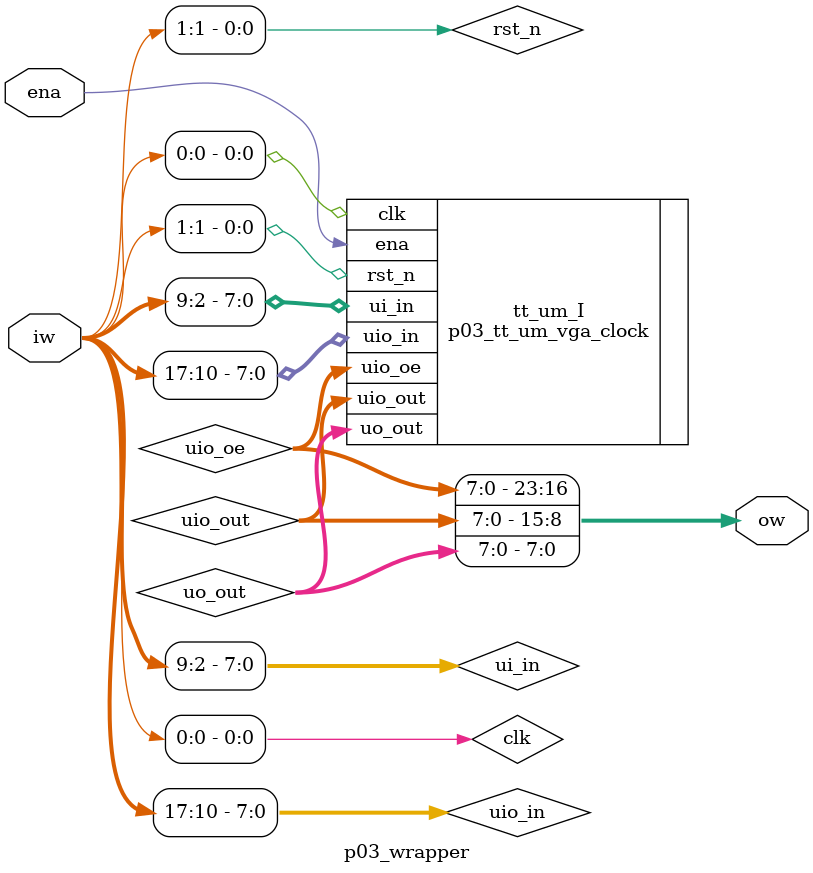
<source format=v>
`default_nettype none

module p03_wrapper (
  input wire ena,
  input wire [17:0] iw,
  output wire [23:0] ow
);

wire [7:0] uio_in;
wire [7:0] uio_out;
wire [7:0] uio_oe;
wire [7:0] uo_out;
wire [7:0] ui_in;
wire clk;
wire rst_n;

assign { uio_in, ui_in, rst_n, clk} = iw;
assign ow = { uio_oe, uio_out, uo_out };

p03_tt_um_vga_clock tt_um_I (
  .uio_in  (uio_in),
  .uio_out (uio_out),
  .uio_oe  (uio_oe),
  .uo_out  (uo_out),
  .ui_in   (ui_in),
  .ena     (ena),
  .clk     (clk),
  .rst_n   (rst_n)
);

endmodule

</source>
